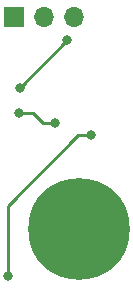
<source format=gbr>
%TF.GenerationSoftware,KiCad,Pcbnew,(6.0.8)*%
%TF.CreationDate,2023-05-16T00:54:05+01:00*%
%TF.ProjectId,photodiode,70686f74-6f64-4696-9f64-652e6b696361,rev?*%
%TF.SameCoordinates,Original*%
%TF.FileFunction,Copper,L2,Bot*%
%TF.FilePolarity,Positive*%
%FSLAX46Y46*%
G04 Gerber Fmt 4.6, Leading zero omitted, Abs format (unit mm)*
G04 Created by KiCad (PCBNEW (6.0.8)) date 2023-05-16 00:54:05*
%MOMM*%
%LPD*%
G01*
G04 APERTURE LIST*
%TA.AperFunction,ComponentPad*%
%ADD10R,1.700000X1.700000*%
%TD*%
%TA.AperFunction,ComponentPad*%
%ADD11O,1.700000X1.700000*%
%TD*%
%TA.AperFunction,ComponentPad*%
%ADD12C,8.600000*%
%TD*%
%TA.AperFunction,ViaPad*%
%ADD13C,0.800000*%
%TD*%
%TA.AperFunction,Conductor*%
%ADD14C,0.250000*%
%TD*%
G04 APERTURE END LIST*
D10*
%TO.P,J1,1,Pin_1*%
%TO.N,GNDREF*%
X126475000Y-75000000D03*
D11*
%TO.P,J1,2,Pin_2*%
%TO.N,out*%
X129015000Y-75000000D03*
%TO.P,J1,3,Pin_3*%
%TO.N,Net-(J1-Pad3)*%
X131555000Y-75000000D03*
%TD*%
D12*
%TO.P,H1,1,1*%
%TO.N,GNDREF*%
X132000000Y-93000000D03*
%TD*%
D13*
%TO.N,Net-(C2-Pad2)*%
X126900000Y-83125000D03*
X130000000Y-84025000D03*
%TO.N,Net-(C3-Pad2)*%
X126000000Y-97000000D03*
X133000000Y-85000000D03*
%TO.N,Net-(J1-Pad3)*%
X131012500Y-77012500D03*
X127000000Y-81025000D03*
%TD*%
D14*
%TO.N,Net-(C3-Pad2)*%
X126000000Y-91000000D02*
X126000000Y-97000000D01*
X132975000Y-85025000D02*
X131975000Y-85025000D01*
X131975000Y-85025000D02*
X126000000Y-91000000D01*
X133000000Y-85000000D02*
X132975000Y-85025000D01*
%TO.N,Net-(C2-Pad2)*%
X128100000Y-83125000D02*
X129000000Y-84025000D01*
X129000000Y-84025000D02*
X130000000Y-84025000D01*
X126900000Y-83125000D02*
X128100000Y-83125000D01*
%TO.N,Net-(J1-Pad3)*%
X131000000Y-77025000D02*
X127000000Y-81025000D01*
%TD*%
M02*

</source>
